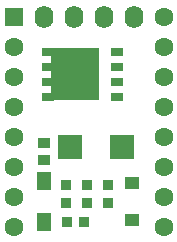
<source format=gbs>
G04 Layer: BottomSolderMaskLayer*
G04 EasyEDA Pro v1.9.29, 2023-05-07 01:58:04*
G04 Gerber Generator version 0.3*
G04 Scale: 100 percent, Rotated: No, Reflected: No*
G04 Dimensions in millimeters*
G04 Leading zeros omitted, absolute positions, 3 integers and 3 decimals*
%FSLAX33Y33*%
%MOMM*%
%AMOval*1,1,$1,$2,$3*1,1,$1,$4,$5*20,1,$1,$2,$3,$4,$5,0*%
%ADD10C,1.6016*%
%ADD11R,1.6016X1.6016*%
%ADD12Oval,1.6016X0.0X-0.15X0.0X0.15*%
%ADD13R,1.100023X0.700024*%
%ADD14R,4.100017X4.510024*%
%ADD15R,1.301598X1.101598*%
%ADD16R,1.301598X1.501597*%
%ADD17R,2.101596X2.101596*%
%ADD18R,0.965606X0.908075*%
%ADD19R,0.965606X0.908075*%
%ADD20R,1.001598X0.901598*%
%ADD21R,0.908075X0.965606*%
G75*


G04 Pad Start*
G54D10*
G01X13970Y13970D03*
G01X13970Y16510D03*
G01X13970Y19050D03*
G01X13970Y11430D03*
G01X13970Y8890D03*
G01X13970Y6350D03*
G01X13970Y3810D03*
G01X13970Y1270D03*
G01X1270Y1270D03*
G01X1270Y3810D03*
G01X1270Y6350D03*
G01X1270Y8890D03*
G01X1270Y11430D03*
G01X1270Y13970D03*
G01X1270Y16510D03*
G54D11*
G01X1270Y19050D03*
G54D12*
G01X11430Y19050D03*
G01X8890Y19050D03*
G01X6350Y19050D03*
G01X3810Y19050D03*
G54D13*
G01X10037Y16104D03*
G01X10037Y14834D03*
G01X10037Y13564D03*
G01X10037Y12294D03*
G01X4187Y12294D03*
G01X4187Y13564D03*
G01X4187Y14834D03*
G01X4187Y16104D03*
G54D14*
G01X6502Y14199D03*
G54D15*
G01X11303Y1879D03*
G01X11303Y4979D03*
G54D16*
G01X3810Y5164D03*
G01X3810Y1694D03*
G54D17*
G01X6055Y8001D03*
G01X10455Y8001D03*
G54D18*
G01X7493Y4809D03*
G01X7493Y3302D03*
G01X9271Y4809D03*
G01X9271Y3302D03*
G54D19*
G01X5715Y3311D03*
G01X5715Y4817D03*
G54D20*
G01X3810Y6920D03*
G01X3810Y8320D03*
G54D21*
G01X5750Y1700D03*
G01X7257Y1700D03*
G04 Pad End*

M02*

</source>
